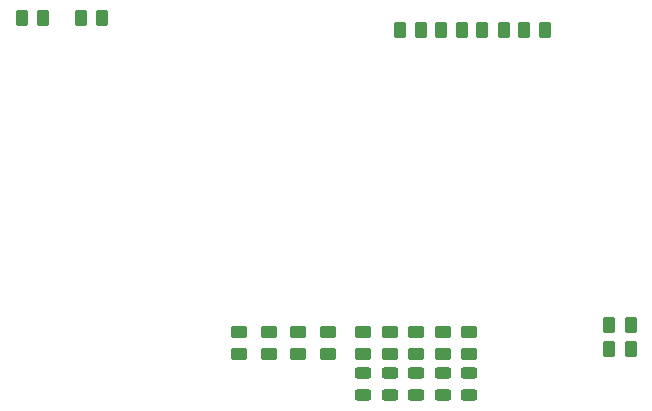
<source format=gbr>
%TF.GenerationSoftware,KiCad,Pcbnew,(6.0.7)*%
%TF.CreationDate,2023-08-27T18:36:20+02:00*%
%TF.ProjectId,libcsp-zephyr-hw,6c696263-7370-42d7-9a65-706879722d68,rev?*%
%TF.SameCoordinates,Original*%
%TF.FileFunction,Paste,Top*%
%TF.FilePolarity,Positive*%
%FSLAX46Y46*%
G04 Gerber Fmt 4.6, Leading zero omitted, Abs format (unit mm)*
G04 Created by KiCad (PCBNEW (6.0.7)) date 2023-08-27 18:36:20*
%MOMM*%
%LPD*%
G01*
G04 APERTURE LIST*
G04 Aperture macros list*
%AMRoundRect*
0 Rectangle with rounded corners*
0 $1 Rounding radius*
0 $2 $3 $4 $5 $6 $7 $8 $9 X,Y pos of 4 corners*
0 Add a 4 corners polygon primitive as box body*
4,1,4,$2,$3,$4,$5,$6,$7,$8,$9,$2,$3,0*
0 Add four circle primitives for the rounded corners*
1,1,$1+$1,$2,$3*
1,1,$1+$1,$4,$5*
1,1,$1+$1,$6,$7*
1,1,$1+$1,$8,$9*
0 Add four rect primitives between the rounded corners*
20,1,$1+$1,$2,$3,$4,$5,0*
20,1,$1+$1,$4,$5,$6,$7,0*
20,1,$1+$1,$6,$7,$8,$9,0*
20,1,$1+$1,$8,$9,$2,$3,0*%
G04 Aperture macros list end*
%ADD10RoundRect,0.250000X-0.450000X0.262500X-0.450000X-0.262500X0.450000X-0.262500X0.450000X0.262500X0*%
%ADD11RoundRect,0.250000X0.450000X-0.262500X0.450000X0.262500X-0.450000X0.262500X-0.450000X-0.262500X0*%
%ADD12RoundRect,0.250000X-0.262500X-0.450000X0.262500X-0.450000X0.262500X0.450000X-0.262500X0.450000X0*%
%ADD13RoundRect,0.243750X0.456250X-0.243750X0.456250X0.243750X-0.456250X0.243750X-0.456250X-0.243750X0*%
%ADD14RoundRect,0.250000X0.262500X0.450000X-0.262500X0.450000X-0.262500X-0.450000X0.262500X-0.450000X0*%
G04 APERTURE END LIST*
D10*
%TO.C,R10*%
X156000000Y-94087500D03*
X156000000Y-95912500D03*
%TD*%
D11*
%TO.C,R13*%
X170500000Y-95912500D03*
X170500000Y-94087500D03*
%TD*%
D10*
%TO.C,R9*%
X158500000Y-94087500D03*
X158500000Y-95912500D03*
%TD*%
D11*
%TO.C,R16*%
X163750000Y-95912500D03*
X163750000Y-94087500D03*
%TD*%
D12*
%TO.C,R3*%
X168087500Y-68500000D03*
X169912500Y-68500000D03*
%TD*%
D13*
%TO.C,D4*%
X163750000Y-99437500D03*
X163750000Y-97562500D03*
%TD*%
D12*
%TO.C,R8*%
X182337500Y-95500000D03*
X184162500Y-95500000D03*
%TD*%
D10*
%TO.C,R11*%
X153500000Y-94087500D03*
X153500000Y-95912500D03*
%TD*%
D12*
%TO.C,R1*%
X175087500Y-68500000D03*
X176912500Y-68500000D03*
%TD*%
D14*
%TO.C,R7*%
X184162500Y-93500000D03*
X182337500Y-93500000D03*
%TD*%
D11*
%TO.C,R14*%
X168250000Y-95912500D03*
X168250000Y-94087500D03*
%TD*%
D13*
%TO.C,D2*%
X168250000Y-99437500D03*
X168250000Y-97562500D03*
%TD*%
%TO.C,D1*%
X170500000Y-99437500D03*
X170500000Y-97562500D03*
%TD*%
D11*
%TO.C,R17*%
X161500000Y-95912500D03*
X161500000Y-94087500D03*
%TD*%
D12*
%TO.C,R4*%
X164587500Y-68500000D03*
X166412500Y-68500000D03*
%TD*%
D14*
%TO.C,R5*%
X134412500Y-67500000D03*
X132587500Y-67500000D03*
%TD*%
D12*
%TO.C,R2*%
X171587500Y-68500000D03*
X173412500Y-68500000D03*
%TD*%
D11*
%TO.C,R15*%
X166000000Y-95912500D03*
X166000000Y-94087500D03*
%TD*%
D14*
%TO.C,R6*%
X139412500Y-67500000D03*
X137587500Y-67500000D03*
%TD*%
D10*
%TO.C,R12*%
X151000000Y-94087500D03*
X151000000Y-95912500D03*
%TD*%
D13*
%TO.C,D3*%
X166000000Y-99437500D03*
X166000000Y-97562500D03*
%TD*%
%TO.C,D5*%
X161500000Y-99437500D03*
X161500000Y-97562500D03*
%TD*%
M02*

</source>
